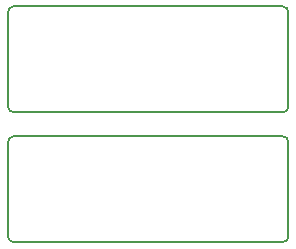
<source format=gbr>
G04 (created by PCBNEW (2013-07-03 BZR 4236)-testing) date Thu 04 Jul 2013 10:30:45 AM CEST*
%MOIN*%
G04 Gerber Fmt 3.4, Leading zero omitted, Abs format*
%FSLAX34Y34*%
G01*
G70*
G90*
G04 APERTURE LIST*
%ADD10C,0.005906*%
G04 APERTURE END LIST*
G54D10*
X31500Y-29210D02*
X40470Y-29210D01*
X31310Y-29400D02*
X31310Y-32550D01*
X31500Y-29210D02*
G75*
G03X31310Y-29400I0J-190D01*
G74*
G01*
X40660Y-32550D02*
X40660Y-29400D01*
X40470Y-32740D02*
X31500Y-32740D01*
X31310Y-32550D02*
G75*
G03X31500Y-32740I190J0D01*
G74*
G01*
X40470Y-32740D02*
G75*
G03X40660Y-32550I0J190D01*
G74*
G01*
X40660Y-29400D02*
G75*
G03X40470Y-29210I-190J0D01*
G74*
G01*
X40470Y-37070D02*
X31500Y-37070D01*
X40660Y-36880D02*
X40660Y-33730D01*
X40470Y-37070D02*
G75*
G03X40660Y-36880I0J190D01*
G74*
G01*
X31310Y-33730D02*
X31310Y-36880D01*
X31500Y-33540D02*
X40470Y-33540D01*
X40660Y-33730D02*
G75*
G03X40470Y-33540I-190J0D01*
G74*
G01*
X31500Y-33540D02*
G75*
G03X31310Y-33730I0J-190D01*
G74*
G01*
X31310Y-36880D02*
G75*
G03X31500Y-37070I190J0D01*
G74*
G01*
M02*

</source>
